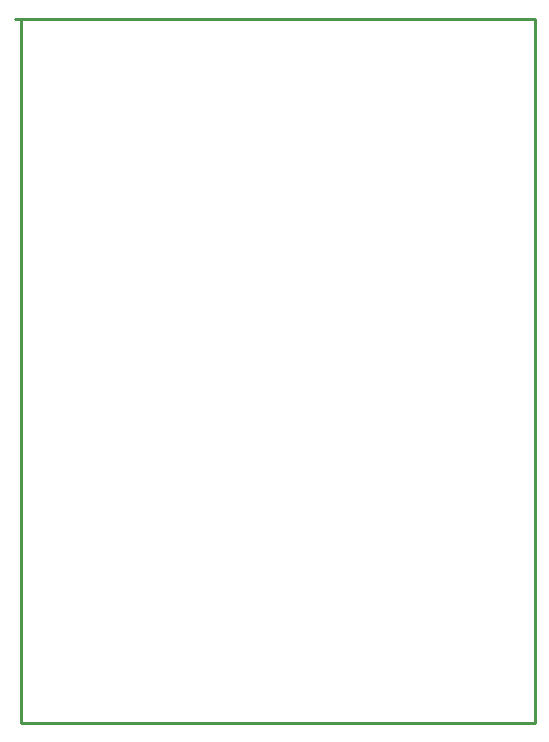
<source format=gko>
G04 Layer: BoardOutline*
G04 EasyEDA v6.4.7, 2021-05-23T18:21:04+05:00*
G04 4ba805003f7d4cf790364f2a1c8dc171,d3277c0307964fb6908111913dbd2705,10*
G04 Gerber Generator version 0.2*
G04 Scale: 100 percent, Rotated: No, Reflected: No *
G04 Dimensions in inches *
G04 leading zeros omitted , absolute positions ,2 integer and 4 decimal *
%FSLAX24Y24*%
%MOIN*%
G90*
D02*

%ADD10C,0.010000*%
G54D10*
G01X0Y23450D02*
G01X17350Y23450D01*
G01X17350Y0D01*
G01X200Y0D01*
G01X200Y23450D01*
G01X0Y23450D01*

%LPD*%
M00*
M02*

</source>
